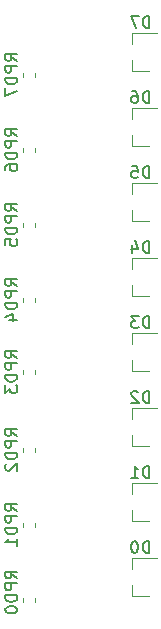
<source format=gbo>
G04 #@! TF.GenerationSoftware,KiCad,Pcbnew,5.1.5-52549c5~84~ubuntu19.10.1*
G04 #@! TF.CreationDate,2020-03-08T12:02:41+01:00*
G04 #@! TF.ProjectId,touchcircuit,746f7563-6863-4697-9263-7569742e6b69,rev?*
G04 #@! TF.SameCoordinates,Original*
G04 #@! TF.FileFunction,Legend,Bot*
G04 #@! TF.FilePolarity,Positive*
%FSLAX46Y46*%
G04 Gerber Fmt 4.6, Leading zero omitted, Abs format (unit mm)*
G04 Created by KiCad (PCBNEW 5.1.5-52549c5~84~ubuntu19.10.1) date 2020-03-08 12:02:41*
%MOMM*%
%LPD*%
G04 APERTURE LIST*
%ADD10C,0.120000*%
%ADD11C,0.150000*%
G04 APERTURE END LIST*
D10*
X58242575Y-66350000D02*
X58242575Y-65420000D01*
X58242575Y-63190000D02*
X58242575Y-64120000D01*
X58242575Y-63190000D02*
X60402575Y-63190000D01*
X58242575Y-66350000D02*
X59702575Y-66350000D01*
X58242575Y-60000000D02*
X58242575Y-59070000D01*
X58242575Y-56840000D02*
X58242575Y-57770000D01*
X58242575Y-56840000D02*
X60402575Y-56840000D01*
X58242575Y-60000000D02*
X59702575Y-60000000D01*
X58242575Y-53650000D02*
X58242575Y-52720000D01*
X58242575Y-50490000D02*
X58242575Y-51420000D01*
X58242575Y-50490000D02*
X60402575Y-50490000D01*
X58242575Y-53650000D02*
X59702575Y-53650000D01*
X58242575Y-47300000D02*
X59702575Y-47300000D01*
X58242575Y-44140000D02*
X60402575Y-44140000D01*
X58242575Y-44140000D02*
X58242575Y-45070000D01*
X58242575Y-47300000D02*
X58242575Y-46370000D01*
X58242575Y-40950000D02*
X59702575Y-40950000D01*
X58242575Y-37790000D02*
X60402575Y-37790000D01*
X58242575Y-37790000D02*
X58242575Y-38720000D01*
X58242575Y-40950000D02*
X58242575Y-40020000D01*
X58242575Y-34600000D02*
X59702575Y-34600000D01*
X58242575Y-31440000D02*
X60402575Y-31440000D01*
X58242575Y-31440000D02*
X58242575Y-32370000D01*
X58242575Y-34600000D02*
X58242575Y-33670000D01*
X58242575Y-28250000D02*
X59702575Y-28250000D01*
X58242575Y-25090000D02*
X60402575Y-25090000D01*
X58242575Y-25090000D02*
X58242575Y-26020000D01*
X58242575Y-28250000D02*
X58242575Y-27320000D01*
X58242575Y-21900000D02*
X58242575Y-20970000D01*
X58242575Y-18740000D02*
X58242575Y-19670000D01*
X58242575Y-18740000D02*
X60402575Y-18740000D01*
X58242575Y-21900000D02*
X59702575Y-21900000D01*
X49020000Y-66503733D02*
X49020000Y-66846267D01*
X50040000Y-66503733D02*
X50040000Y-66846267D01*
X50040000Y-60153733D02*
X50040000Y-60496267D01*
X49020000Y-60153733D02*
X49020000Y-60496267D01*
X49020000Y-53803733D02*
X49020000Y-54146267D01*
X50040000Y-53803733D02*
X50040000Y-54146267D01*
X50040000Y-47213733D02*
X50040000Y-47556267D01*
X49020000Y-47213733D02*
X49020000Y-47556267D01*
X50040000Y-41103733D02*
X50040000Y-41446267D01*
X49020000Y-41103733D02*
X49020000Y-41446267D01*
X49020000Y-34753733D02*
X49020000Y-35096267D01*
X50040000Y-34753733D02*
X50040000Y-35096267D01*
X50040000Y-28403733D02*
X50040000Y-28746267D01*
X49020000Y-28403733D02*
X49020000Y-28746267D01*
X49020000Y-22053733D02*
X49020000Y-22396267D01*
X50040000Y-22053733D02*
X50040000Y-22396267D01*
D11*
X59740670Y-62722380D02*
X59740670Y-61722380D01*
X59502575Y-61722380D01*
X59359717Y-61770000D01*
X59264479Y-61865238D01*
X59216860Y-61960476D01*
X59169241Y-62150952D01*
X59169241Y-62293809D01*
X59216860Y-62484285D01*
X59264479Y-62579523D01*
X59359717Y-62674761D01*
X59502575Y-62722380D01*
X59740670Y-62722380D01*
X58550194Y-61722380D02*
X58454955Y-61722380D01*
X58359717Y-61770000D01*
X58312098Y-61817619D01*
X58264479Y-61912857D01*
X58216860Y-62103333D01*
X58216860Y-62341428D01*
X58264479Y-62531904D01*
X58312098Y-62627142D01*
X58359717Y-62674761D01*
X58454955Y-62722380D01*
X58550194Y-62722380D01*
X58645432Y-62674761D01*
X58693051Y-62627142D01*
X58740670Y-62531904D01*
X58788289Y-62341428D01*
X58788289Y-62103333D01*
X58740670Y-61912857D01*
X58693051Y-61817619D01*
X58645432Y-61770000D01*
X58550194Y-61722380D01*
X59740670Y-56372380D02*
X59740670Y-55372380D01*
X59502575Y-55372380D01*
X59359717Y-55420000D01*
X59264479Y-55515238D01*
X59216860Y-55610476D01*
X59169241Y-55800952D01*
X59169241Y-55943809D01*
X59216860Y-56134285D01*
X59264479Y-56229523D01*
X59359717Y-56324761D01*
X59502575Y-56372380D01*
X59740670Y-56372380D01*
X58216860Y-56372380D02*
X58788289Y-56372380D01*
X58502575Y-56372380D02*
X58502575Y-55372380D01*
X58597813Y-55515238D01*
X58693051Y-55610476D01*
X58788289Y-55658095D01*
X59740670Y-50022380D02*
X59740670Y-49022380D01*
X59502575Y-49022380D01*
X59359717Y-49070000D01*
X59264479Y-49165238D01*
X59216860Y-49260476D01*
X59169241Y-49450952D01*
X59169241Y-49593809D01*
X59216860Y-49784285D01*
X59264479Y-49879523D01*
X59359717Y-49974761D01*
X59502575Y-50022380D01*
X59740670Y-50022380D01*
X58788289Y-49117619D02*
X58740670Y-49070000D01*
X58645432Y-49022380D01*
X58407336Y-49022380D01*
X58312098Y-49070000D01*
X58264479Y-49117619D01*
X58216860Y-49212857D01*
X58216860Y-49308095D01*
X58264479Y-49450952D01*
X58835908Y-50022380D01*
X58216860Y-50022380D01*
X59740670Y-43672380D02*
X59740670Y-42672380D01*
X59502575Y-42672380D01*
X59359717Y-42720000D01*
X59264479Y-42815238D01*
X59216860Y-42910476D01*
X59169241Y-43100952D01*
X59169241Y-43243809D01*
X59216860Y-43434285D01*
X59264479Y-43529523D01*
X59359717Y-43624761D01*
X59502575Y-43672380D01*
X59740670Y-43672380D01*
X58835908Y-42672380D02*
X58216860Y-42672380D01*
X58550194Y-43053333D01*
X58407336Y-43053333D01*
X58312098Y-43100952D01*
X58264479Y-43148571D01*
X58216860Y-43243809D01*
X58216860Y-43481904D01*
X58264479Y-43577142D01*
X58312098Y-43624761D01*
X58407336Y-43672380D01*
X58693051Y-43672380D01*
X58788289Y-43624761D01*
X58835908Y-43577142D01*
X59740670Y-37322380D02*
X59740670Y-36322380D01*
X59502575Y-36322380D01*
X59359717Y-36370000D01*
X59264479Y-36465238D01*
X59216860Y-36560476D01*
X59169241Y-36750952D01*
X59169241Y-36893809D01*
X59216860Y-37084285D01*
X59264479Y-37179523D01*
X59359717Y-37274761D01*
X59502575Y-37322380D01*
X59740670Y-37322380D01*
X58312098Y-36655714D02*
X58312098Y-37322380D01*
X58550194Y-36274761D02*
X58788289Y-36989047D01*
X58169241Y-36989047D01*
X59740670Y-30972380D02*
X59740670Y-29972380D01*
X59502575Y-29972380D01*
X59359717Y-30020000D01*
X59264479Y-30115238D01*
X59216860Y-30210476D01*
X59169241Y-30400952D01*
X59169241Y-30543809D01*
X59216860Y-30734285D01*
X59264479Y-30829523D01*
X59359717Y-30924761D01*
X59502575Y-30972380D01*
X59740670Y-30972380D01*
X58264479Y-29972380D02*
X58740670Y-29972380D01*
X58788289Y-30448571D01*
X58740670Y-30400952D01*
X58645432Y-30353333D01*
X58407336Y-30353333D01*
X58312098Y-30400952D01*
X58264479Y-30448571D01*
X58216860Y-30543809D01*
X58216860Y-30781904D01*
X58264479Y-30877142D01*
X58312098Y-30924761D01*
X58407336Y-30972380D01*
X58645432Y-30972380D01*
X58740670Y-30924761D01*
X58788289Y-30877142D01*
X59740670Y-24622380D02*
X59740670Y-23622380D01*
X59502575Y-23622380D01*
X59359717Y-23670000D01*
X59264479Y-23765238D01*
X59216860Y-23860476D01*
X59169241Y-24050952D01*
X59169241Y-24193809D01*
X59216860Y-24384285D01*
X59264479Y-24479523D01*
X59359717Y-24574761D01*
X59502575Y-24622380D01*
X59740670Y-24622380D01*
X58312098Y-23622380D02*
X58502575Y-23622380D01*
X58597813Y-23670000D01*
X58645432Y-23717619D01*
X58740670Y-23860476D01*
X58788289Y-24050952D01*
X58788289Y-24431904D01*
X58740670Y-24527142D01*
X58693051Y-24574761D01*
X58597813Y-24622380D01*
X58407336Y-24622380D01*
X58312098Y-24574761D01*
X58264479Y-24527142D01*
X58216860Y-24431904D01*
X58216860Y-24193809D01*
X58264479Y-24098571D01*
X58312098Y-24050952D01*
X58407336Y-24003333D01*
X58597813Y-24003333D01*
X58693051Y-24050952D01*
X58740670Y-24098571D01*
X58788289Y-24193809D01*
X59740670Y-18272380D02*
X59740670Y-17272380D01*
X59502575Y-17272380D01*
X59359717Y-17320000D01*
X59264479Y-17415238D01*
X59216860Y-17510476D01*
X59169241Y-17700952D01*
X59169241Y-17843809D01*
X59216860Y-18034285D01*
X59264479Y-18129523D01*
X59359717Y-18224761D01*
X59502575Y-18272380D01*
X59740670Y-18272380D01*
X58835908Y-17272380D02*
X58169241Y-17272380D01*
X58597813Y-18272380D01*
X48552380Y-64873333D02*
X48076190Y-64540000D01*
X48552380Y-64301904D02*
X47552380Y-64301904D01*
X47552380Y-64682857D01*
X47600000Y-64778095D01*
X47647619Y-64825714D01*
X47742857Y-64873333D01*
X47885714Y-64873333D01*
X47980952Y-64825714D01*
X48028571Y-64778095D01*
X48076190Y-64682857D01*
X48076190Y-64301904D01*
X48552380Y-65301904D02*
X47552380Y-65301904D01*
X47552380Y-65682857D01*
X47600000Y-65778095D01*
X47647619Y-65825714D01*
X47742857Y-65873333D01*
X47885714Y-65873333D01*
X47980952Y-65825714D01*
X48028571Y-65778095D01*
X48076190Y-65682857D01*
X48076190Y-65301904D01*
X48552380Y-66301904D02*
X47552380Y-66301904D01*
X47552380Y-66540000D01*
X47600000Y-66682857D01*
X47695238Y-66778095D01*
X47790476Y-66825714D01*
X47980952Y-66873333D01*
X48123809Y-66873333D01*
X48314285Y-66825714D01*
X48409523Y-66778095D01*
X48504761Y-66682857D01*
X48552380Y-66540000D01*
X48552380Y-66301904D01*
X47552380Y-67492380D02*
X47552380Y-67587619D01*
X47600000Y-67682857D01*
X47647619Y-67730476D01*
X47742857Y-67778095D01*
X47933333Y-67825714D01*
X48171428Y-67825714D01*
X48361904Y-67778095D01*
X48457142Y-67730476D01*
X48504761Y-67682857D01*
X48552380Y-67587619D01*
X48552380Y-67492380D01*
X48504761Y-67397142D01*
X48457142Y-67349523D01*
X48361904Y-67301904D01*
X48171428Y-67254285D01*
X47933333Y-67254285D01*
X47742857Y-67301904D01*
X47647619Y-67349523D01*
X47600000Y-67397142D01*
X47552380Y-67492380D01*
X48552380Y-59158333D02*
X48076190Y-58825000D01*
X48552380Y-58586904D02*
X47552380Y-58586904D01*
X47552380Y-58967857D01*
X47600000Y-59063095D01*
X47647619Y-59110714D01*
X47742857Y-59158333D01*
X47885714Y-59158333D01*
X47980952Y-59110714D01*
X48028571Y-59063095D01*
X48076190Y-58967857D01*
X48076190Y-58586904D01*
X48552380Y-59586904D02*
X47552380Y-59586904D01*
X47552380Y-59967857D01*
X47600000Y-60063095D01*
X47647619Y-60110714D01*
X47742857Y-60158333D01*
X47885714Y-60158333D01*
X47980952Y-60110714D01*
X48028571Y-60063095D01*
X48076190Y-59967857D01*
X48076190Y-59586904D01*
X48552380Y-60586904D02*
X47552380Y-60586904D01*
X47552380Y-60825000D01*
X47600000Y-60967857D01*
X47695238Y-61063095D01*
X47790476Y-61110714D01*
X47980952Y-61158333D01*
X48123809Y-61158333D01*
X48314285Y-61110714D01*
X48409523Y-61063095D01*
X48504761Y-60967857D01*
X48552380Y-60825000D01*
X48552380Y-60586904D01*
X48552380Y-62110714D02*
X48552380Y-61539285D01*
X48552380Y-61825000D02*
X47552380Y-61825000D01*
X47695238Y-61729761D01*
X47790476Y-61634523D01*
X47838095Y-61539285D01*
X48552380Y-52808333D02*
X48076190Y-52475000D01*
X48552380Y-52236904D02*
X47552380Y-52236904D01*
X47552380Y-52617857D01*
X47600000Y-52713095D01*
X47647619Y-52760714D01*
X47742857Y-52808333D01*
X47885714Y-52808333D01*
X47980952Y-52760714D01*
X48028571Y-52713095D01*
X48076190Y-52617857D01*
X48076190Y-52236904D01*
X48552380Y-53236904D02*
X47552380Y-53236904D01*
X47552380Y-53617857D01*
X47600000Y-53713095D01*
X47647619Y-53760714D01*
X47742857Y-53808333D01*
X47885714Y-53808333D01*
X47980952Y-53760714D01*
X48028571Y-53713095D01*
X48076190Y-53617857D01*
X48076190Y-53236904D01*
X48552380Y-54236904D02*
X47552380Y-54236904D01*
X47552380Y-54475000D01*
X47600000Y-54617857D01*
X47695238Y-54713095D01*
X47790476Y-54760714D01*
X47980952Y-54808333D01*
X48123809Y-54808333D01*
X48314285Y-54760714D01*
X48409523Y-54713095D01*
X48504761Y-54617857D01*
X48552380Y-54475000D01*
X48552380Y-54236904D01*
X47647619Y-55189285D02*
X47600000Y-55236904D01*
X47552380Y-55332142D01*
X47552380Y-55570238D01*
X47600000Y-55665476D01*
X47647619Y-55713095D01*
X47742857Y-55760714D01*
X47838095Y-55760714D01*
X47980952Y-55713095D01*
X48552380Y-55141666D01*
X48552380Y-55760714D01*
X48552380Y-46218333D02*
X48076190Y-45885000D01*
X48552380Y-45646904D02*
X47552380Y-45646904D01*
X47552380Y-46027857D01*
X47600000Y-46123095D01*
X47647619Y-46170714D01*
X47742857Y-46218333D01*
X47885714Y-46218333D01*
X47980952Y-46170714D01*
X48028571Y-46123095D01*
X48076190Y-46027857D01*
X48076190Y-45646904D01*
X48552380Y-46646904D02*
X47552380Y-46646904D01*
X47552380Y-47027857D01*
X47600000Y-47123095D01*
X47647619Y-47170714D01*
X47742857Y-47218333D01*
X47885714Y-47218333D01*
X47980952Y-47170714D01*
X48028571Y-47123095D01*
X48076190Y-47027857D01*
X48076190Y-46646904D01*
X48552380Y-47646904D02*
X47552380Y-47646904D01*
X47552380Y-47885000D01*
X47600000Y-48027857D01*
X47695238Y-48123095D01*
X47790476Y-48170714D01*
X47980952Y-48218333D01*
X48123809Y-48218333D01*
X48314285Y-48170714D01*
X48409523Y-48123095D01*
X48504761Y-48027857D01*
X48552380Y-47885000D01*
X48552380Y-47646904D01*
X47552380Y-48551666D02*
X47552380Y-49170714D01*
X47933333Y-48837380D01*
X47933333Y-48980238D01*
X47980952Y-49075476D01*
X48028571Y-49123095D01*
X48123809Y-49170714D01*
X48361904Y-49170714D01*
X48457142Y-49123095D01*
X48504761Y-49075476D01*
X48552380Y-48980238D01*
X48552380Y-48694523D01*
X48504761Y-48599285D01*
X48457142Y-48551666D01*
X48552380Y-40108333D02*
X48076190Y-39775000D01*
X48552380Y-39536904D02*
X47552380Y-39536904D01*
X47552380Y-39917857D01*
X47600000Y-40013095D01*
X47647619Y-40060714D01*
X47742857Y-40108333D01*
X47885714Y-40108333D01*
X47980952Y-40060714D01*
X48028571Y-40013095D01*
X48076190Y-39917857D01*
X48076190Y-39536904D01*
X48552380Y-40536904D02*
X47552380Y-40536904D01*
X47552380Y-40917857D01*
X47600000Y-41013095D01*
X47647619Y-41060714D01*
X47742857Y-41108333D01*
X47885714Y-41108333D01*
X47980952Y-41060714D01*
X48028571Y-41013095D01*
X48076190Y-40917857D01*
X48076190Y-40536904D01*
X48552380Y-41536904D02*
X47552380Y-41536904D01*
X47552380Y-41775000D01*
X47600000Y-41917857D01*
X47695238Y-42013095D01*
X47790476Y-42060714D01*
X47980952Y-42108333D01*
X48123809Y-42108333D01*
X48314285Y-42060714D01*
X48409523Y-42013095D01*
X48504761Y-41917857D01*
X48552380Y-41775000D01*
X48552380Y-41536904D01*
X47885714Y-42965476D02*
X48552380Y-42965476D01*
X47504761Y-42727380D02*
X48219047Y-42489285D01*
X48219047Y-43108333D01*
X48552380Y-33758333D02*
X48076190Y-33425000D01*
X48552380Y-33186904D02*
X47552380Y-33186904D01*
X47552380Y-33567857D01*
X47600000Y-33663095D01*
X47647619Y-33710714D01*
X47742857Y-33758333D01*
X47885714Y-33758333D01*
X47980952Y-33710714D01*
X48028571Y-33663095D01*
X48076190Y-33567857D01*
X48076190Y-33186904D01*
X48552380Y-34186904D02*
X47552380Y-34186904D01*
X47552380Y-34567857D01*
X47600000Y-34663095D01*
X47647619Y-34710714D01*
X47742857Y-34758333D01*
X47885714Y-34758333D01*
X47980952Y-34710714D01*
X48028571Y-34663095D01*
X48076190Y-34567857D01*
X48076190Y-34186904D01*
X48552380Y-35186904D02*
X47552380Y-35186904D01*
X47552380Y-35425000D01*
X47600000Y-35567857D01*
X47695238Y-35663095D01*
X47790476Y-35710714D01*
X47980952Y-35758333D01*
X48123809Y-35758333D01*
X48314285Y-35710714D01*
X48409523Y-35663095D01*
X48504761Y-35567857D01*
X48552380Y-35425000D01*
X48552380Y-35186904D01*
X47552380Y-36663095D02*
X47552380Y-36186904D01*
X48028571Y-36139285D01*
X47980952Y-36186904D01*
X47933333Y-36282142D01*
X47933333Y-36520238D01*
X47980952Y-36615476D01*
X48028571Y-36663095D01*
X48123809Y-36710714D01*
X48361904Y-36710714D01*
X48457142Y-36663095D01*
X48504761Y-36615476D01*
X48552380Y-36520238D01*
X48552380Y-36282142D01*
X48504761Y-36186904D01*
X48457142Y-36139285D01*
X48552380Y-27408333D02*
X48076190Y-27075000D01*
X48552380Y-26836904D02*
X47552380Y-26836904D01*
X47552380Y-27217857D01*
X47600000Y-27313095D01*
X47647619Y-27360714D01*
X47742857Y-27408333D01*
X47885714Y-27408333D01*
X47980952Y-27360714D01*
X48028571Y-27313095D01*
X48076190Y-27217857D01*
X48076190Y-26836904D01*
X48552380Y-27836904D02*
X47552380Y-27836904D01*
X47552380Y-28217857D01*
X47600000Y-28313095D01*
X47647619Y-28360714D01*
X47742857Y-28408333D01*
X47885714Y-28408333D01*
X47980952Y-28360714D01*
X48028571Y-28313095D01*
X48076190Y-28217857D01*
X48076190Y-27836904D01*
X48552380Y-28836904D02*
X47552380Y-28836904D01*
X47552380Y-29075000D01*
X47600000Y-29217857D01*
X47695238Y-29313095D01*
X47790476Y-29360714D01*
X47980952Y-29408333D01*
X48123809Y-29408333D01*
X48314285Y-29360714D01*
X48409523Y-29313095D01*
X48504761Y-29217857D01*
X48552380Y-29075000D01*
X48552380Y-28836904D01*
X47552380Y-30265476D02*
X47552380Y-30075000D01*
X47600000Y-29979761D01*
X47647619Y-29932142D01*
X47790476Y-29836904D01*
X47980952Y-29789285D01*
X48361904Y-29789285D01*
X48457142Y-29836904D01*
X48504761Y-29884523D01*
X48552380Y-29979761D01*
X48552380Y-30170238D01*
X48504761Y-30265476D01*
X48457142Y-30313095D01*
X48361904Y-30360714D01*
X48123809Y-30360714D01*
X48028571Y-30313095D01*
X47980952Y-30265476D01*
X47933333Y-30170238D01*
X47933333Y-29979761D01*
X47980952Y-29884523D01*
X48028571Y-29836904D01*
X48123809Y-29789285D01*
X48552380Y-21058333D02*
X48076190Y-20725000D01*
X48552380Y-20486904D02*
X47552380Y-20486904D01*
X47552380Y-20867857D01*
X47600000Y-20963095D01*
X47647619Y-21010714D01*
X47742857Y-21058333D01*
X47885714Y-21058333D01*
X47980952Y-21010714D01*
X48028571Y-20963095D01*
X48076190Y-20867857D01*
X48076190Y-20486904D01*
X48552380Y-21486904D02*
X47552380Y-21486904D01*
X47552380Y-21867857D01*
X47600000Y-21963095D01*
X47647619Y-22010714D01*
X47742857Y-22058333D01*
X47885714Y-22058333D01*
X47980952Y-22010714D01*
X48028571Y-21963095D01*
X48076190Y-21867857D01*
X48076190Y-21486904D01*
X48552380Y-22486904D02*
X47552380Y-22486904D01*
X47552380Y-22725000D01*
X47600000Y-22867857D01*
X47695238Y-22963095D01*
X47790476Y-23010714D01*
X47980952Y-23058333D01*
X48123809Y-23058333D01*
X48314285Y-23010714D01*
X48409523Y-22963095D01*
X48504761Y-22867857D01*
X48552380Y-22725000D01*
X48552380Y-22486904D01*
X47552380Y-23391666D02*
X47552380Y-24058333D01*
X48552380Y-23629761D01*
M02*

</source>
